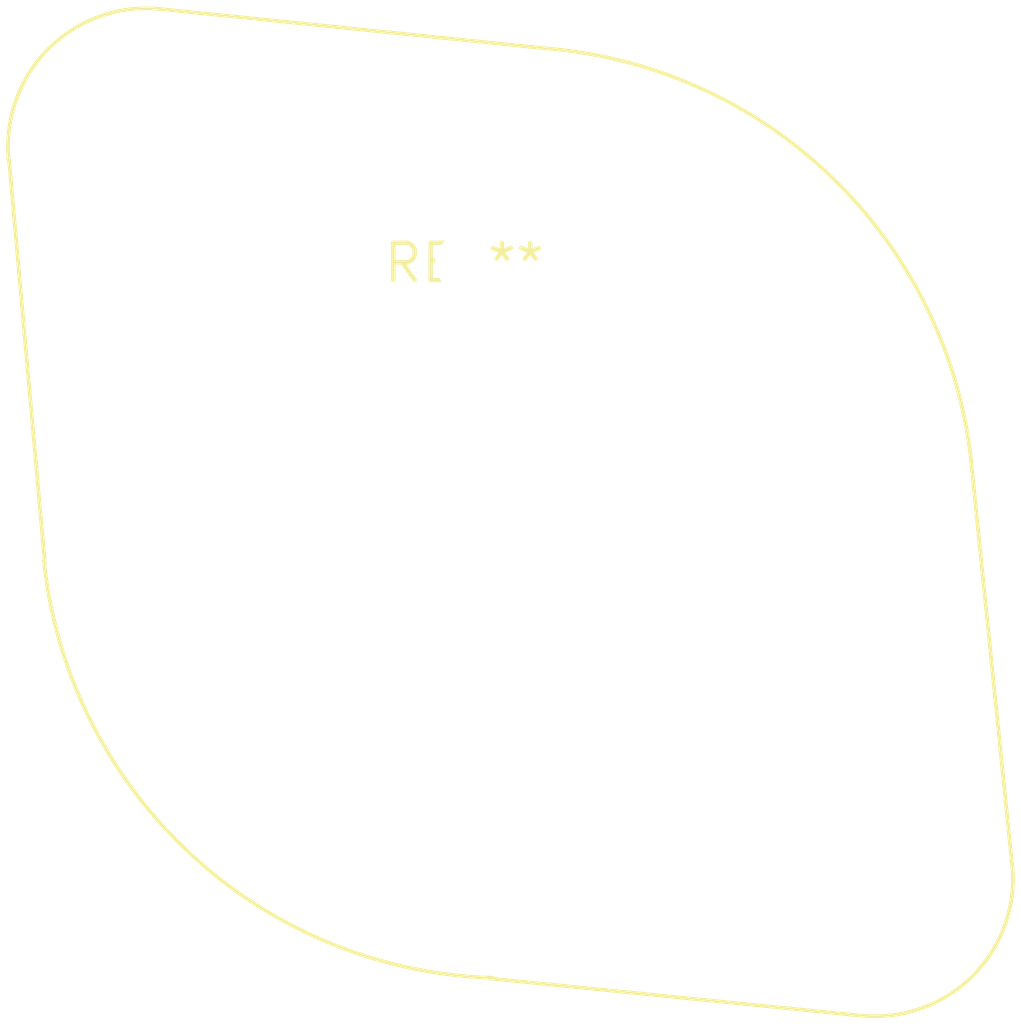
<source format=kicad_pcb>
(kicad_pcb (version 20240108) (generator pcbnew)
  (layers (0 "F.Cu" signal) (31 "B.Cu" signal) (34 "B.Paste" user) (35 "F.Paste" user) (36 "B.SilkS" user "B.Silkscreen") (37 "F.SilkS" user "F.Silkscreen") (38 "B.Mask" user) (39 "F.Mask" user) (44 "Edge.Cuts" user))
  (net 0 "")
  (footprint "Valve_EURO" (layer "F.Cu") (at 0 0)
    (property "Reference" "REF**")
    (property "Value" "Valve_EURO")
    (fp_line (start -14.27 10.21) (end -15.49 -3.53) (layer "F.SilkS") (stroke (width 0.12)))
    (fp_line (start -14.27 10.21) (end -15.49 -3.53) (layer "F.SilkS") (stroke (width 0.12)))
    (fp_line (start -10.36 -8.64) (end 2.87 -7.29) (layer "F.SilkS") (stroke (width 0.12)))
    (fp_line (start -10.36 -8.64) (end 2.87 -7.29) (layer "F.SilkS") (stroke (width 0.12)))
    (fp_line (start 13.54 25.6) (end 0.86 24.33) (layer "F.SilkS") (stroke (width 0.12)))
    (fp_line (start 13.54 25.6) (end 0.86 24.33) (layer "F.SilkS") (stroke (width 0.12)))
    (fp_line (start 18.64 20.62) (end 17.22 6.63) (layer "F.SilkS") (stroke (width 0.12)))
    (fp_line (start 18.64 20.62) (end 17.22 6.63) (layer "F.SilkS") (stroke (width 0.12)))
    (fp_arc (start -15.5 -3.5) (mid -14.119784 -7.310437) (end -10.288765 -8.63245) (layer "F.SilkS") (stroke (width 0.12)))
    (fp_arc (start -15.5 -3.5) (mid -14.119784 -7.310437) (end -10.288765 -8.63245) (layer "F.SilkS") (stroke (width 0.12)))
    (fp_arc (start 0.98 24.31) (mid -9.330689 20.081144) (end -14.303103 10.107747) (layer "F.SilkS") (stroke (width 0.12)))
    (fp_arc (start 0.98 24.31) (mid -9.330689 20.081144) (end -14.303103 10.107747) (layer "F.SilkS") (stroke (width 0.12)))
    (fp_arc (start 2.87 -7.29) (mid 12.560196 -2.853668) (end 17.23226 6.725098) (layer "F.SilkS") (stroke (width 0.12)))
    (fp_arc (start 2.87 -7.29) (mid 12.560196 -2.853668) (end 17.23226 6.725098) (layer "F.SilkS") (stroke (width 0.12)))
    (fp_arc (start 18.64 20.57) (mid 17.241749 24.281739) (end 13.497325 25.589944) (layer "F.SilkS") (stroke (width 0.12)))
    (fp_arc (start 18.64 20.57) (mid 17.241749 24.281739) (end 13.497325 25.589944) (layer "F.SilkS") (stroke (width 0.12)))
    (pad "" thru_hole circle (at -10.85 -3.96) (size 5 5) (drill 4.06) (layers *.Cu *.Mask) (remove_unused_layers))
    (pad "" thru_hole circle (at 13.94 20.93) (size 5 5) (drill 4) (layers *.Cu *.Mask) (remove_unused_layers))
    (pad "1" thru_hole rect (at 0 0) (size 5.21 5.21) (drill 2) (layers *.Cu *.Mask) (remove_unused_layers))
    (pad "2" thru_hole circle (at 9.5 8.48) (size 5.21 5.21) (drill 2) (layers *.Cu *.Mask) (remove_unused_layers))
    (pad "3" thru_hole circle (at 0 16.97) (size 5.21 5.21) (drill 2) (layers *.Cu *.Mask) (remove_unused_layers))
    (pad "4" thru_hole circle (at -6.5 8.48) (size 5.21 5.21) (drill 2) (layers *.Cu *.Mask) (remove_unused_layers))
    (pad "5" thru_hole circle (at 1.5 8.48) (size 5.21 5.21) (drill 4.2) (layers *.Cu *.Mask) (remove_unused_layers))
  )
)
</source>
